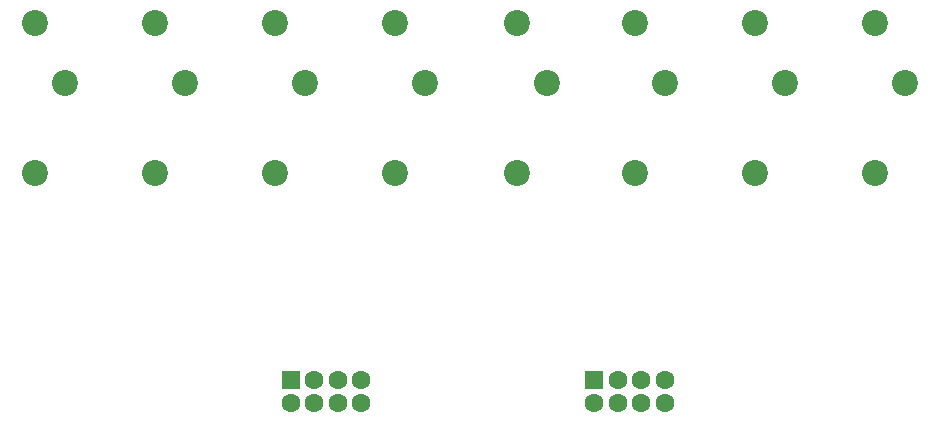
<source format=gbr>
G04 #@! TF.GenerationSoftware,KiCad,Pcbnew,(5.0.0)*
G04 #@! TF.CreationDate,2020-01-07T20:32:05+00:00*
G04 #@! TF.ProjectId,Potentiometer_mount_8LED,506F74656E74696F6D657465725F6D6F,rev?*
G04 #@! TF.SameCoordinates,Original*
G04 #@! TF.FileFunction,Soldermask,Bot*
G04 #@! TF.FilePolarity,Negative*
%FSLAX46Y46*%
G04 Gerber Fmt 4.6, Leading zero omitted, Abs format (unit mm)*
G04 Created by KiCad (PCBNEW (5.0.0)) date 01/07/20 20:32:05*
%MOMM*%
%LPD*%
G01*
G04 APERTURE LIST*
%ADD10C,2.200000*%
%ADD11C,1.600000*%
%ADD12R,1.600000X1.600000*%
G04 APERTURE END LIST*
D10*
G04 #@! TO.C,LED 8*
X192120000Y-57300000D03*
X194660000Y-62380000D03*
X192120000Y-70000000D03*
G04 #@! TD*
G04 #@! TO.C,LED 7*
X181960000Y-57300000D03*
X184500000Y-62380000D03*
X181960000Y-70000000D03*
G04 #@! TD*
G04 #@! TO.C,LED 5*
X161800000Y-57300000D03*
X164340000Y-62380000D03*
X161800000Y-70000000D03*
G04 #@! TD*
G04 #@! TO.C,LED 6*
X171800000Y-57300000D03*
X174340000Y-62380000D03*
X171800000Y-70000000D03*
G04 #@! TD*
D11*
G04 #@! TO.C,To LED*
X174300000Y-89500000D03*
X172300000Y-89500000D03*
X170300000Y-89500000D03*
X168300000Y-89500000D03*
X174300000Y-87500000D03*
X172300000Y-87500000D03*
X170300000Y-87500000D03*
D12*
X168300000Y-87500000D03*
G04 #@! TD*
D11*
G04 #@! TO.C,From Stimlator*
X148600000Y-89500000D03*
X146600000Y-89500000D03*
X144600000Y-89500000D03*
X142600000Y-89500000D03*
X148600000Y-87500000D03*
X146600000Y-87500000D03*
X144600000Y-87500000D03*
D12*
X142600000Y-87500000D03*
G04 #@! TD*
D10*
G04 #@! TO.C,LED 1*
X121000000Y-57300000D03*
X123540000Y-62380000D03*
X121000000Y-70000000D03*
G04 #@! TD*
G04 #@! TO.C,LED 2*
X131160000Y-70000000D03*
X133700000Y-62380000D03*
X131160000Y-57300000D03*
G04 #@! TD*
G04 #@! TO.C,LED 3*
X141320000Y-57300000D03*
X143860000Y-62380000D03*
X141320000Y-70000000D03*
G04 #@! TD*
G04 #@! TO.C,LED 4*
X151480000Y-70000000D03*
X154020000Y-62380000D03*
X151480000Y-57300000D03*
G04 #@! TD*
M02*

</source>
